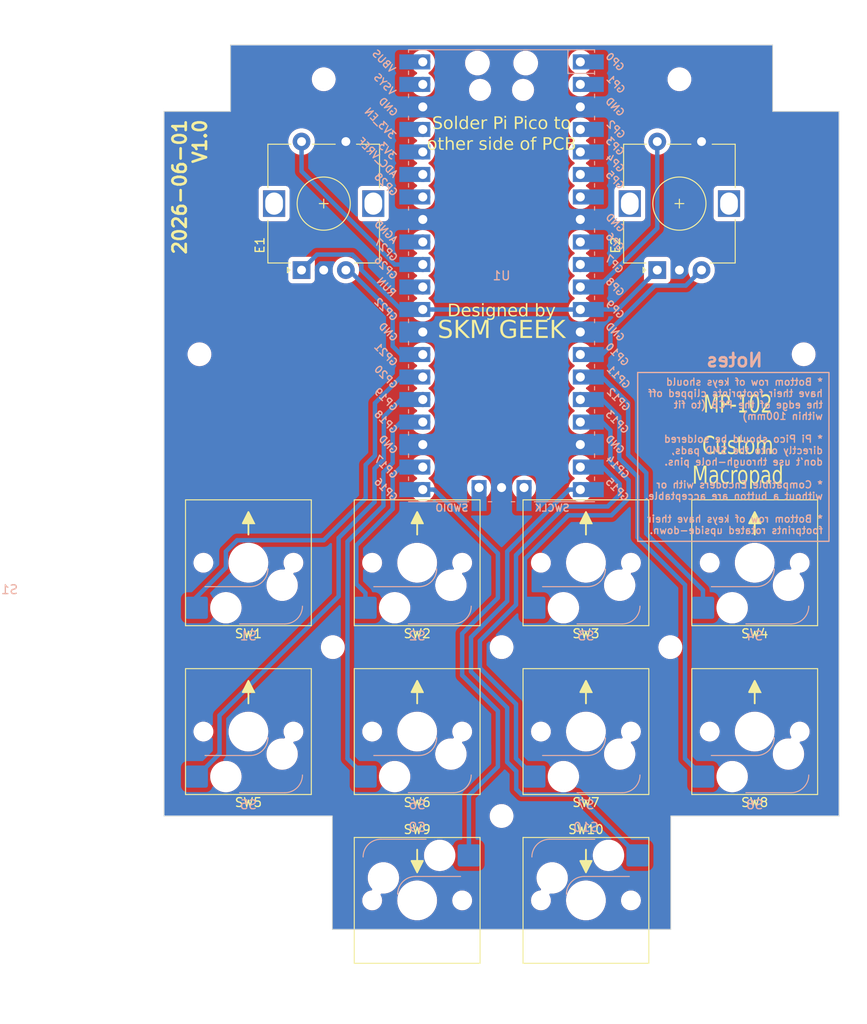
<source format=kicad_pcb>
(kicad_pcb (version 20240108) (generator "pcbnew") (generator_version "8.0")
  (layers (0 "F.Cu" signal) (31 "B.Cu" signal) (34 "B.Paste" user) (35 "F.Paste" user) (36 "B.SilkS" user "B.Silkscreen") (37 "F.SilkS" user "F.Silkscreen") (38 "B.Mask" user) (39 "F.Mask" user) (44 "Edge.Cuts" user))
  (net 0 "")
  (net 3 "GND")
  (net 8 "GP21")
  (net 11 "GP26")
  (net 12 "GP10")
  (net 13 "GP9")
  (net 14 "GP8")
  (net 24 "+3V3")
  (net 25 "GP20")
  (net 26 "GP19")
  (net 27 "GP12")
  (net 28 "GP11")
  (net 29 "GP18")
  (net 30 "GP17")
  (net 31 "GP14")
  (net 32 "GP13")
  (net 33 "GP16")
  (net 34 "GP15")
  (footprint "PCM_Switch_Keyboard_Hotswap_Kailh:SW_Hotswap_Kailh_MX_1.00u" (layer "F.Cu") (at 109.219 121.291 180)
    (property "Reference" "SW5" (at 0 -8 180) (layer "F.SilkS"))
    (property "Value" "SW_Push_45deg")
    (pad "" np_thru_hole circle (at -5.08 0 180) (size 1.75 1.75) (drill 1.75) (layers "*.Cu" "*.Mask"))
    (pad "" np_thru_hole circle (at -3.81 -2.54 180) (size 3.05 3.05) (drill 3.05) (layers "*.Cu" "*.Mask"))
    (pad "" np_thru_hole circle (at 0 0 180) (size 4 4) (drill 4) (layers "*.Cu" "*.Mask"))
    (pad "" np_thru_hole circle (at 2.54 -5.08 180) (size 3.05 3.05) (drill 3.05) (layers "*.Cu" "*.Mask"))
    (pad "" np_thru_hole circle (at 5.08 0 180) (size 1.75 1.75) (drill 1.75) (layers "*.Cu" "*.Mask"))
    (pad "1" smd roundrect (at -7.085 -2.54 180) (size 2.55 2.5) (layers "B.Cu" "B.Paste" "B.Mask") (roundrect_rratio 0.1) (net 3 "GND"))
    (pad "2" smd roundrect (at 5.842 -5.08 180) (size 2.55 2.5) (layers "B.Cu" "B.Paste" "B.Mask") (roundrect_rratio 0.1) (net 26 "GP19"))
  )
  (footprint "PCM_Switch_Keyboard_Hotswap_Kailh:SW_Hotswap_Kailh_MX_1.00u" (layer "F.Cu") (at 166.369 121.291 180)
    (property "Reference" "SW8" (at 0 -8 180) (layer "F.SilkS"))
    (property "Value" "SW_Push_45deg")
    (pad "" np_thru_hole circle (at -5.08 0 180) (size 1.75 1.75) (drill 1.75) (layers "*.Cu" "*.Mask"))
    (pad "" np_thru_hole circle (at -3.81 -2.54 180) (size 3.05 3.05) (drill 3.05) (layers "*.Cu" "*.Mask"))
    (pad "" np_thru_hole circle (at 0 0 180) (size 4 4) (drill 4) (layers "*.Cu" "*.Mask"))
    (pad "" np_thru_hole circle (at 2.54 -5.08 180) (size 3.05 3.05) (drill 3.05) (layers "*.Cu" "*.Mask"))
    (pad "" np_thru_hole circle (at 5.08 0 180) (size 1.75 1.75) (drill 1.75) (layers "*.Cu" "*.Mask"))
    (pad "1" smd roundrect (at -7.085 -2.54 180) (size 2.55 2.5) (layers "B.Cu" "B.Paste" "B.Mask") (roundrect_rratio 0.1) (net 3 "GND"))
    (pad "2" smd roundrect (at 5.842 -5.08 180) (size 2.55 2.5) (layers "B.Cu" "B.Paste" "B.Mask") (roundrect_rratio 0.1) (net 27 "GP12"))
  )
  (footprint "PCM_Switch_Keyboard_Hotswap_Kailh:SW_Hotswap_Kailh_MX_1.00u" (layer "F.Cu") (at 128.269 102.241 180)
    (property "Reference" "SW2" (at 0 -8 0) (layer "F.SilkS"))
    (property "Value" "SW_Push_45deg")
    (pad "" np_thru_hole circle (at -5.08 0 180) (size 1.75 1.75) (drill 1.75) (layers "*.Cu" "*.Mask"))
    (pad "" np_thru_hole circle (at -3.81 -2.54 180) (size 3.05 3.05) (drill 3.05) (layers "*.Cu" "*.Mask"))
    (pad "" np_thru_hole circle (at 0 0 180) (size 4 4) (drill 4) (layers "*.Cu" "*.Mask"))
    (pad "" np_thru_hole circle (at 2.54 -5.08 180) (size 3.05 3.05) (drill 3.05) (layers "*.Cu" "*.Mask"))
    (pad "" np_thru_hole circle (at 5.08 0 180) (size 1.75 1.75) (drill 1.75) (layers "*.Cu" "*.Mask"))
    (pad "1" smd roundrect (at -7.085 -2.54 180) (size 2.55 2.5) (layers "B.Cu" "B.Paste" "B.Mask") (roundrect_rratio 0.1) (net 3 "GND"))
    (pad "2" smd roundrect (at 5.842 -5.08 180) (size 2.55 2.5) (layers "B.Cu" "B.Paste" "B.Mask") (roundrect_rratio 0.1) (net 30 "GP17"))
  )
  (footprint "LOGO" (layer "F.Cu") (at 113.283 80.143)
    (property "Reference" "G***" (hide yes))
    (property "Value" "LOGO" (hide yes))
  )
  (footprint "MountingHole:MountingHole_2.2mm_M2" (layer "F.Cu") (at 118.745 111.765)
    (property "Reference" "H3" (hide yes))
    (property "Value" "MountingHole")
    (pad "" np_thru_hole circle (at 0 0) (size 2.2 2.2) (drill 2.2) (layers "*.Cu" "*.Mask"))
  )
  (footprint "MountingHole:MountingHole_2.2mm_M2" (layer "F.Cu") (at 171.895 78.715)
    (property "Reference" "H2" (hide yes))
    (property "Value" "MountingHole")
    (pad "" np_thru_hole circle (at 0 0) (size 2.2 2.2) (drill 2.2) (layers "*.Cu" "*.Mask"))
  )
  (footprint "PCM_Switch_Keyboard_Hotswap_Kailh:SW_Hotswap_Kailh_MX_1.00u" (layer "F.Cu") (at 109.219 102.241 180)
    (property "Reference" "SW1" (at 0 -8 180) (layer "F.SilkS"))
    (property "Value" "SW_Push_45deg")
    (pad "" np_thru_hole circle (at -5.08 0 180) (size 1.75 1.75) (drill 1.75) (layers "*.Cu" "*.Mask"))
    (pad "" np_thru_hole circle (at -3.81 -2.54 180) (size 3.05 3.05) (drill 3.05) (layers "*.Cu" "*.Mask"))
    (pad "" np_thru_hole circle (at 0 0 180) (size 4 4) (drill 4) (layers "*.Cu" "*.Mask"))
    (pad "" np_thru_hole circle (at 2.54 -5.08 180) (size 3.05 3.05) (drill 3.05) (layers "*.Cu" "*.Mask"))
    (pad "" np_thru_hole circle (at 5.08 0 180) (size 1.75 1.75) (drill 1.75) (layers "*.Cu" "*.Mask"))
    (pad "1" smd roundrect (at -7.085 -2.54 180) (size 2.55 2.5) (layers "B.Cu" "B.Paste" "B.Mask") (roundrect_rratio 0.1) (net 3 "GND"))
    (pad "2" smd roundrect (at 5.842 -5.08 180) (size 2.55 2.5) (layers "B.Cu" "B.Paste" "B.Mask") (roundrect_rratio 0.1) (net 25 "GP20"))
  )
  (footprint "MountingHole:MountingHole_2.2mm_M2" (layer "F.Cu") (at 117.72 47.686)
    (property "Reference" "H7" (hide yes))
    (property "Value" "MountingHole")
    (pad "" np_thru_hole circle (at 0 0) (size 2.2 2.2) (drill 2.2) (layers "*.Cu" "*.Mask"))
  )
  (footprint "MountingHole:MountingHole_2.2mm_M2" (layer "F.Cu") (at 137.795 111.765)
    (property "Reference" "H4" (hide yes))
    (property "Value" "MountingHole")
    (pad "" np_thru_hole circle (at 0 0) (size 2.2 2.2) (drill 2.2) (layers "*.Cu" "*.Mask"))
  )
  (footprint "PCM_Switch_Keyboard_Hotswap_Kailh:SW_Hotswap_Kailh_MX_1.00u" (layer "F.Cu") (at 147.319 121.291 180)
    (property "Reference" "SW7" (at 0 -8 180) (layer "F.SilkS"))
    (property "Value" "SW_Push_45deg")
    (pad "" np_thru_hole circle (at -5.08 0 180) (size 1.75 1.75) (drill 1.75) (layers "*.Cu" "*.Mask"))
    (pad "" np_thru_hole circle (at -3.81 -2.54 180) (size 3.05 3.05) (drill 3.05) (layers "*.Cu" "*.Mask"))
    (pad "" np_thru_hole circle (at 0 0 180) (size 4 4) (drill 4) (layers "*.Cu" "*.Mask"))
    (pad "" np_thru_hole circle (at 2.54 -5.08 180) (size 3.05 3.05) (drill 3.05) (layers "*.Cu" "*.Mask"))
    (pad "" np_thru_hole circle (at 5.08 0 180) (size 1.75 1.75) (drill 1.75) (layers "*.Cu" "*.Mask"))
    (pad "1" smd roundrect (at -7.085 -2.54 180) (size 2.55 2.5) (layers "B.Cu" "B.Paste" "B.Mask") (roundrect_rratio 0.1) (net 3 "GND"))
    (pad "2" smd roundrect (at 5.842 -5.08 180) (size 2.55 2.5) (layers "B.Cu" "B.Paste" "B.Mask") (roundrect_rratio 0.1) (net 31 "GP14"))
  )
  (footprint "LOGO" (layer "F.Cu") (at 137.795 66.04)
    (property "Reference" "G***" (hide yes))
    (property "Value" "LOGO" (hide yes))
  )
  (footprint "Rotary_Encoder:RotaryEncoder_Alps_EC12E-Switch_Vertical_H20mm" (layer "F.Cu") (at 115.219 69.216 90)
    (property "Reference" "E1" (at 2.8 -4.7 90) (layer "F.SilkS"))
    (property "Value" "RotaryEncoder_Switch")
    (pad "A" thru_hole rect (at 0 0 90) (size 2 2) (drill 1) (layers "*.Cu" "*.Mask") (net 13 "GP9"))
    (pad "B" thru_hole circle (at 0 5 90) (size 2 2) (drill 1) (layers "*.Cu" "*.Mask") (net 8 "GP21"))
    (pad "C" thru_hole circle (at 0 2.5 90) (size 2 2) (drill 1) (layers "*.Cu" "*.Mask") (net 3 "GND"))
    (pad "MP" thru_hole rect (at 7.5 -3.1 90) (size 3 2.5) (drill oval 2.5 2) (layers "*.Cu" "*.Mask"))
    (pad "MP" thru_hole rect (at 7.5 8.1 90) (size 3 2.5) (drill oval 2.5 2) (layers "*.Cu" "*.Mask"))
    (pad "S1" thru_hole circle (at 14.5 0 90) (size 2 2) (drill 1) (layers "*.Cu" "*.Mask") (net 11 "GP26"))
    (pad "S2" thru_hole circle (at 14.5 5 90) (size 2 2) (drill 1) (layers "*.Cu" "*.Mask") (net 3 "GND"))
  )
  (footprint "MountingHole:MountingHole_2.2mm_M2" (layer "F.Cu") (at 137.795 130.815)
    (property "Reference" "H6" (hide yes))
    (property "Value" "MountingHole")
    (pad "" np_thru_hole circle (at 0 0) (size 2.2 2.2) (drill 2.2) (layers "*.Cu" "*.Mask"))
  )
  (footprint "MountingHole:MountingHole_2.2mm_M2" (layer "F.Cu") (at 157.872 47.686)
    (property "Reference" "H8" (hide yes))
    (property "Value" "MountingHole")
    (pad "" np_thru_hole circle (at 0 0) (size 2.2 2.2) (drill 2.2) (layers "*.Cu" "*.Mask"))
  )
  (footprint "PCM_Switch_Keyboard_Hotswap_Kailh:SW_Hotswap_Kailh_MX_1.00u" (layer "F.Cu") (at 147.319 102.241 180)
    (property "Reference" "SW3" (at 0 -8 180) (layer "F.SilkS"))
    (property "Value" "SW_Push_45deg")
    (pad "" np_thru_hole circle (at -5.08 0 180) (size 1.75 1.75) (drill 1.75) (layers "*.Cu" "*.Mask"))
    (pad "" np_thru_hole circle (at -3.81 -2.54 180) (size 3.05 3.05) (drill 3.05) (layers "*.Cu" "*.Mask"))
    (pad "" np_thru_hole circle (at 0 0 180) (size 4 4) (drill 4) (layers "*.Cu" "*.Mask"))
    (pad "" np_thru_hole circle (at 2.54 -5.08 180) (size 3.05 3.05) (drill 3.05) (layers "*.Cu" "*.Mask"))
    (pad "" np_thru_hole circle (at 5.08 0 180) (size 1.75 1.75) (drill 1.75) (layers "*.Cu" "*.Mask"))
    (pad "1" smd roundrect (at -7.085 -2.54 180) (size 2.55 2.5) (layers "B.Cu" "B.Paste" "B.Mask") (roundrect_rratio 0.1) (net 3 "GND"))
    (pad "2" smd roundrect (at 5.842 -5.08 180) (size 2.55 2.5) (layers "B.Cu" "B.Paste" "B.Mask") (roundrect_rratio 0.1) (net 32 "GP13"))
  )
  (footprint "PCM_Switch_Keyboard_Hotswap_Kailh:SW_Hotswap_Kailh_MX_1.00u" (layer "F.Cu") (at 128.269 121.291 180)
    (property "Reference" "SW6" (at 0 -8 180) (layer "F.SilkS"))
    (property "Value" "SW_Push_45deg")
    (pad "" np_thru_hole circle (at -5.08 0 180) (size 1.75 1.75) (drill 1.75) (layers "*.Cu" "*.Mask"))
    (pad "" np_thru_hole circle (at -3.81 -2.54 180) (size 3.05 3.05) (drill 3.05) (layers "*.Cu" "*.Mask"))
    (pad "" np_thru_hole circle (at 0 0 180) (size 4 4) (drill 4) (layers "*.Cu" "*.Mask"))
    (pad "" np_thru_hole circle (at 2.54 -5.08 180) (size 3.05 3.05) (drill 3.05) (layers "*.Cu" "*.Mask"))
    (pad "" np_thru_hole circle (at 5.08 0 180) (size 1.75 1.75) (drill 1.75) (layers "*.Cu" "*.Mask"))
    (pad "1" smd roundrect (at -7.085 -2.54 180) (size 2.55 2.5) (layers "B.Cu" "B.Paste" "B.Mask") (roundrect_rratio 0.1) (net 3 "GND"))
    (pad "2" smd roundrect (at 5.842 -5.08 180) (size 2.55 2.5) (layers "B.Cu" "B.Paste" "B.Mask") (roundrect_rratio 0.1) (net 29 "GP18"))
  )
  (footprint "Rotary_Encoder:RotaryEncoder_Alps_EC12E-Switch_Vertical_H20mm" (layer "F.Cu") (at 155.369 69.216 90)
    (property "Reference" "E2" (at 2.8 -4.7 90) (layer "F.SilkS"))
    (property "Value" "RotaryEncoder_Switch")
    (pad "A" thru_hole rect (at 0 0 90) (size 2 2) (drill 1) (layers "*.Cu" "*.Mask") (net 13 "GP9"))
    (pad "B" thru_hole circle (at 0 5 90) (size 2 2) (drill 1) (layers "*.Cu" "*.Mask") (net 12 "GP10"))
    (pad "C" thru_hole circle (at 0 2.5 90) (size 2 2) (drill 1) (layers "*.Cu" "*.Mask") (net 3 "GND"))
    (pad "MP" thru_hole rect (at 7.5 -3.1 90) (size 3 2.5) (drill oval 2.5 2) (layers "*.Cu" "*.Mask"))
    (pad "MP" thru_hole rect (at 7.5 8.1 90) (size 3 2.5) (drill oval 2.5 2) (layers "*.Cu" "*.Mask"))
    (pad "S1" thru_hole circle (at 14.5 0 90) (size 2 2) (drill 1) (layers "*.Cu" "*.Mask") (net 14 "GP8"))
    (pad "S2" thru_hole circle (at 14.5 5 90) (size 2 2) (drill 1) (layers "*.Cu" "*.Mask") (net 3 "GND"))
  )
  (footprint "PCM_Switch_Keyboard_Hotswap_Kailh:SW_Hotswap_Kailh_MX_1.00u" (layer "F.Cu") (at 147.319 140.341)
    (property "Reference" "SW10" (at 0 -8 0) (layer "F.SilkS"))
    (property "Value" "SW_Push_45deg")
    (pad "" np_thru_hole circle (at -5.08 0) (size 1.75 1.75) (drill 1.75) (layers "*.Cu" "*.Mask"))
    (pad "" np_thru_hole circle (at -3.81 -2.54) (size 3.05 3.05) (drill 3.05) (layers "*.Cu" "*.Mask"))
    (pad "" np_thru_hole circle (at 0 0) (size 4 4) (drill 4) (layers "*.Cu" "*.Mask"))
    (pad "" np_thru_hole circle (at 2.54 -5.08) (size 3.05 3.05) (drill 3.05) (layers "*.Cu" "*.Mask"))
    (pad "" np_thru_hole circle (at 5.08 0) (size 1.75 1.75) (drill 1.75) (layers "*.Cu" "*.Mask"))
    (pad "1" smd roundrect (at -7.085 -2.54) (size 2.55 2.5) (layers "B.Cu" "B.Paste" "B.Mask") (roundrect_rratio 0.1) (net 3 "GND"))
    (pad "2" smd roundrect (at 5.842 -5.08) (size 2.55 2.5) (layers "B.Cu" "B.Paste" "B.Mask") (roundrect_rratio 0.1) (net 34 "GP15"))
  )
  (footprint "MountingHole:MountingHole_2.2mm_M2" (layer "F.Cu") (at 156.845 111.765)
    (property "Reference" "H5" (hide yes))
    (property "Value" "MountingHole")
    (pad "" np_thru_hole circle (at 0 0) (size 2.2 2.2) (drill 2.2) (layers "*.Cu" "*.Mask"))
  )
  (footprint "MountingHole:MountingHole_2.2mm_M2" (layer "F.Cu") (at 103.695 78.715)
    (property "Reference" "H1" (hide yes))
    (property "Value" "MountingHole")
    (pad "" np_thru_hole circle (at 0 0) (size 2.2 2.2) (drill 2.2) (layers "*.Cu" "*.Mask"))
  )
  (footprint "PCM_Switch_Keyboard_Hotswap_Kailh:SW_Hotswap_Kailh_MX_1.00u" (layer "F.Cu") (at 128.269 140.341)
    (property "Reference" "SW9" (at 0 -8 0) (layer "F.SilkS"))
    (property "Value" "SW_Push_45deg")
    (pad "" np_thru_hole circle (at -5.08 0) (size 1.75 1.75) (drill 1.75) (layers "*.Cu" "*.Mask"))
    (pad "" np_thru_hole circle (at -3.81 -2.54) (size 3.05 3.05) (drill 3.05) (layers "*.Cu" "*.Mask"))
    (pad "" np_thru_hole circle (at 0 0) (size 4 4) (drill 4) (layers "*.Cu" "*.Mask"))
    (pad "" np_thru_hole circle (at 2.54 -5.08) (size 3.05 3.05) (drill 3.05) (layers "*.Cu" "*.Mask"))
    (pad "" np_thru_hole circle (at 5.08 0) (size 1.75 1.75) (drill 1.75) (layers "*.Cu" "*.Mask"))
    (pad "1" smd roundrect (at -7.085 -2.54) (size 2.55 2.5) (layers "B.Cu" "B.Paste" "B.Mask") (roundrect_rratio 0.1) (net 3 "GND"))
    (pad "2" smd roundrect (at 5.842 -5.08) (size 2.55 2.5) (layers "B.Cu" "B.Paste" "B.Mask") (roundrect_rratio 0.1) (net 33 "GP16"))
  )
  (footprint "PCM_Switch_Keyboard_Hotswap_Kailh:SW_Hotswap_Kailh_MX_1.00u" (layer "F.Cu") (at 166.369 102.241 180)
    (property "Reference" "SW4" (at 0 -8 180) (layer "F.SilkS"))
    (property "Value" "SW_Push_45deg")
    (pad "" np_thru_hole circle (at -5.08 0 180) (size 1.75 1.75) (drill 1.75) (layers "*.Cu" "*.Mask"))
    (pad "" np_thru_hole circle (at -3.81 -2.54 180) (size 3.05 3.05) (drill 3.05) (layers "*.Cu" "*.Mask"))
    (pad "" np_thru_hole circle (at 0 0 180) (size 4 4) (drill 4) (layers "*.Cu" "*.Mask"))
    (pad "" np_thru_hole circle (at 2.54 -5.08 180) (size 3.05 3.05) (drill 3.05) (layers "*.Cu" "*.Mask"))
    (pad "" np_thru_hole circle (at 5.08 0 180) (size 1.75 1.75) (drill 1.75) (layers "*.Cu" "*.Mask"))
    (pad "1" smd roundrect (at -7.085 -2.54 180) (size 2.55 2.5) (layers "B.Cu" "B.Paste" "B.Mask") (roundrect_rratio 0.1) (net 3 "GND"))
    (pad "2" smd roundrect (at 5.842 -5.08 180) (size 2.55 2.5) (layers "B.Cu" "B.Paste" "B.Mask") (roundrect_rratio 0.1) (net 28 "GP11"))
  )
  (footprint "MCU_RaspberryPi_and_Boards:RPi_Pico_SMD_TH" (layer "B.Cu") (at 137.794 69.856 180)
    (property "Reference" "U1" (at 0 0 0) (layer "B.SilkS") (effects (justify mirror)))
    (property "Value" "Pico")
    (fp_text user "GP13" (at -13.054 -16.51 135) (layer "B.SilkS") (effects (font (size 0.8 0.8)) (justify mirror)))
    (fp_text user "AGND" (at 13.054 4.953 135) (layer "B.SilkS") (effects (font (size 0.8 0.8)) (justify mirror)))
    (fp_text user "GP17" (at 13.054 -21.59 135) (layer "B.SilkS") (effects (font (size 0.8 0.8)) (justify mirror)))
    (fp_text user "GP26" (at 13.054 0.889 135) (layer "B.SilkS") (effects (font (size 0.8 0.8)) (justify mirror)))
    (fp_text user "RUN" (at 13 -1.27 135) (layer "B.SilkS") (effects (font (size 0.8 0.8)) (justify mirror)))
    (fp_text user "GP3" (at -12.8 14.605 135) (layer "B.SilkS") (effects (font (size 0.8 0.8)) (justify mirror)))
    (fp_text user "GP19" (at 13.054 -13.97 135) (layer "B.SilkS") (effects (font (size 0.8 0.8)) (justify mirror)))
    (fp_text user "SWCLK" (at -5.7 -26.2 0) (layer "B.SilkS") (effects (font (size 0.8 0.8)) (justify mirror)))
    (fp_text user "GP22" (at 13.054 -3.81 135) (layer "B.SilkS") (effects (font (size 0.8 0.8)) (justify mirror)))
    (fp_text user "GND" (at 12.8 -19.05 135) (layer "B.SilkS") (effects (font (size 0.8 0.8)) (justify mirror)))
    (fp_text user "GP12" (at -13.2 -13.97 135) (layer "B.SilkS") (effects (font (size 0.8 0.8)) (justify mirror)))
    (fp_text user "3V3_EN" (at 13.7 17.2 135) (layer "B.SilkS") (effects (font (size 0.8 0.8)) (justify mirror)))
    (fp_text user "VSYS" (at 13.2 21.59 135) (layer "B.SilkS") (effects (font (size 0.8 0.8)) (justify mirror)))
    (fp_text user "GP14" (at -13.1 -21.59 135) (layer "B.SilkS") (effects (font (size 0.8 0.8)) (justify mirror)))
    (fp_text user "ADC_VREF" (at 14 13.335 135) (layer "B.SilkS") (effects (font (size 0.8 0.8)) (justify mirror)))
    (fp_text user "GP1" (at -12.9 21.6 135) (layer "B.SilkS") (effects (font (size 0.8 0.8)) (justify mirror)))
    (fp_text user "GP16" (at 13.054 -24.13 135) (layer "B.SilkS") (effects (font (size 0.8 0.8)) (justify mirror)))
    (fp_text user "3V3" (at 12.9 14.097 135) (layer "B.SilkS") (effects (font (size 0.8 0.8)) (justify mirror)))
    (fp_text user "GND" (at -12.8 -19.05 135) (layer "B.SilkS") (effects (font (size 0.8 0.8)) (justify mirror)))
    (fp_text user "VBUS" (at 13.3 24.2 135) (layer "B.SilkS") (effects (font (size 0.8 0.8)) (justify mirror)))
    (fp_text user "GP15" (at -13.054 -24.13 135) (layer "B.SilkS") (effects (font (size 0.8 0.8)) (justify mirror)))
    (fp_text user "GP11" (at -13.2 -11.43 135) (layer "B.SilkS") (effects (font (size 0.8 0.8)) (justify mirror)))
    (fp_text user "SWDIO" (at 5.6 -26.2 0) (layer "B.SilkS") (effects (font (size 0.8 0.8)) (justify mirror)))
    (fp_text user "GND" (at 12.8 -6.35 135) (layer "B.SilkS") (effects (font (size 0.8 0.8)) (justify mirror)))
    (fp_text user "GND" (at -12.8 -6.35 135) (layer "B.SilkS") (effects (font (size 0.8 0.8)) (justify mirror)))
    (fp_text user "GP27" (at 13.054 2.921 135) (layer "B.SilkS") (effects (font (size 0.8 0.8)) (justify mirror)))
    (fp_text user "GP18" (at 13.054 -16.51 135) (layer "B.SilkS") (effects (font (size 0.8 0.8)) (justify mirror)))
    (fp_text user "GP4" (at -12.8 12.7 135) (layer "B.SilkS") (effects (font (size 0.8 0.8)) (justify mirror)))
    (fp_text user "GP28" (at 13.054 10.287 135) (layer "B.SilkS") (effects (font (size 0.8 0.8)) (justify mirror)))
    (fp_text user "GP20" (at 13.054 -11.43 135) (layer "B.SilkS") (effects (font (size 0.8 0.8)) (justify mirror)))
    (fp_text user "GP0" (at -12.8 24.13 135) (layer "B.SilkS") (effects (font (size 0.8 0.8)) (justify mirror)))
    (fp_text user "GND" (at 12.8 19.05 135) (layer "B.SilkS") (effects (font (size 0.8 0.8)) (justify mirror)))
    (fp_text user "GP8" (at -12.8 -1.27 135) (layer "B.SilkS") (effects (font (size 0.8 0.8)) (justify mirror)))
    (fp_text user "GP6" (at -12.8 3.81 135) (layer "B.SilkS") (effects (font (size 0.8 0.8)) (justify mirror)))
    (fp_text user "GP9" (at -12.8 -3.81 135) (layer "B.SilkS") (effects (font (size 0.8 0.8)) (justify mirror)))
    (fp_text user "GP2" (at -12.9 16.51 135) (layer "B.SilkS") (effects (font (size 0.8 0.8)) (justify mirror)))
    (fp_text user "GND" (at -12.8 19.05 135) (layer "B.SilkS") (effects (font (size 0.8 0.8)) (justify mirror)))
    (fp_text user "GP10" (at -13.054 -8.89 135) (layer "B.SilkS") (effects (font (size 0.8 0.8)) (justify mirror)))
    (fp_text user "GP21" (at 13.054 -8.9 135) (layer "B.SilkS") (effects (font (size 0.8 0.8)) (justify mirror)))
    (fp_text user "GP7" (at -12.7 1.3 135) (layer "B.SilkS") (effects (font (size 0.8 0.8)) (justify mirror)))
    (fp_text user "GND" (at -12.827 5.969 135) (layer "B.SilkS") (effects (font (size 0.8 0.8)) (justify mirror)))
    (fp_text user "GP5" (at -12.8 10.795 135) (layer "B.SilkS") (effects (font (size 0.8 0.8)) (justify mirror)))
    (pad "" np_thru_hole oval (at -2.725 24 180) (size 1.8 1.8) (drill 1.8) (layers "*.Cu" "*.Mask"))
    (pad "" np_thru_hole oval (at -2.425 20.97 180) (size 1.5 1.5) (drill 1.5) (layers "*.Cu" "*.Mask"))
    (pad "" np_thru_hole oval (at 2.425 20.97 180) (size 1.5 1.5) (drill 1.5) (layers "*.Cu" "*.Mask"))
    (pad "" np_thru_hole oval (at 2.725 24 180) (size 1.8 1.8) (drill 1.8) (layers "*.Cu" "*.Mask"))
    (pad "1" thru_hole oval (at -8.89 24.13 180) (size 1.7 1.7) (drill 1.02) (layers "*.Cu" "*.Mask"))
    (pad "1" smd rect (at -8.89 24.13 180) (size 3.5 1.7) (drill (offset -0.9 0)) (layers "B.Cu" "B.Mask"))
    (pad "2" thru_hole oval (at -8.89 21.59 180) (size 1.7 1.7) (drill 1.02) (layers "*.Cu" "*.Mask"))
    (pad "2" smd rect (at -8.89 21.59 180) (size 3.5 1.7) (drill (offset -0.9 0)) (layers "B.Cu" "B.Mask"))
    (pad "3" thru_hole rect (at -8.89 19.05 180) (size 1.7 1.7) (drill 1.02) (layers "*.Cu" "*.Mask") (net 3 "GND"))
    (pad "3" smd rect (at -8.89 19.05 180) (size 3.5 1.7) (drill (offset -0.9 0)) (layers "B.Cu" "B.Mask") (net 3 "GND"))
    (pad "4" thru_hole oval (at -8.89 16.51 180) (size 1.7 1.7) (drill 1.02) (layers "*.Cu" "*.Mask"))
    (pad "4" smd rect (at -8.89 16.51 180) (size 3.5 1.7) (drill (offset -0.9 0)) (layers "B.Cu" "B.Mask"))
    (pad "5" thru_hole oval (at -8.89 13.97 180) (size 1.7 1.7) (drill 1.02) (layers "*.Cu" "*.Mask"))
    (pad "5" smd rect (at -8.89 13.97 180) (size 3.5 1.7) (drill (offset -0.9 0)) (layers "B.Cu" "B.Mask"))
    (pad "6" thru_hole oval (at -8.89 11.43 180) (size 1.7 1.7) (drill 1.02) (layers "*.Cu" "*.Mask"))
    (pad "6" smd rect (at -8.89 11.43 180) (size 3.5 1.7) (drill (offset -0.9 0)) (layers "B.Cu" "B.Mask"))
    (pad "7" thru_hole oval (at -8.89 8.89 180) (size 1.7 1.7) (drill 1.02) (layers "*.Cu" "*.Mask"))
    (pad "7" smd rect (at -8.89 8.89 180) (size 3.5 1.7) (drill (offset -0.9 0)) (layers "B.Cu" "B.Mask"))
    (pad "8" thru_hole rect (at -8.89 6.35 180) (size 1.7 1.7) (drill 1.02) (layers "*.Cu" "*.Mask") (net 3 "GND"))
    (pad "8" smd rect (at -8.89 6.35 180) (size 3.5 1.7) (drill (offset -0.9 0)) (layers "B.Cu" "B.Mask") (net 3 "GND"))
    (pad "9" thru_hole oval (at -8.89 3.81 180) (size 1.7 1.7) (drill 1.02) (layers "*.Cu" "*.Mask"))
    (pad "9" smd rect (at -8.89 3.81 180) (size 3.5 1.7) (drill (offset -0.9 0)) (layers "B.Cu" "B.Mask"))
    (pad "10" thru_hole oval (at -8.89 1.27 180) (size 1.7 1.7) (drill 1.02) (layers "*.Cu" "*.Mask"))
    (pad "10" smd rect (at -8.89 1.27 180) (size 3.5 1.7) (drill (offset -0.9 0)) (layers "B.Cu" "B.Mask"))
    (pad "11" thru_hole oval (at -8.89 -1.27 180) (size 1.7 1.7) (drill 1.02) (layers "*.Cu" "*.Mask") (net 14 "GP8"))
    (pad "11" smd rect (at -8.89 -1.27 180) (size 3.5 1.7) (drill (offset -0.9 0)) (layers "B.Cu" "B.Mask") (net 14 "GP8"))
    (pad "12" thru_hole oval (at -8.89 -3.81 180) (size 1.7 1.7) (drill 1.02) (layers "*.Cu" "*.Mask") (net 13 "GP9"))
    (pad "12" smd rect (at -8.89 -3.81 180) (size 3.5 1.7) (drill (offset -0.9 0)) (layers "B.Cu" "B.Mask") (net 13 "GP9"))
    (pad "13" thru_hole rect (at -8.89 -6.35 180) (size 1.7 1.7) (drill 1.02) (layers "*.Cu" "*.Mask") (net 3 "GND"))
    (pad "13" smd rect (at -8.89 -6.35 180) (size 3.5 1.7) (drill (offset -0.9 0)) (layers "B.Cu" "B.Mask") (net 3 "GND"))
    (pad "14" thru_hole oval (at -8.89 -8.89 180) (size 1.7 1.7) (drill 1.02) (layers "*.Cu" "*.Mask") (net 12 "GP10"))
    (pad "14" smd rect (at -8.89 -8.89 180) (size 3.5 1.7) (drill (offset -0.9 0)) (layers "B.Cu" "B.Mask") (net 12 "GP10"))
    (pad "15" thru_hole oval (at -8.89 -11.43 180) (size 1.7 1.7) (drill 1.02) (layers "*.Cu" "*.Mask") (net 28 "GP11"))
    (pad "15" smd rect (at -8.89 -11.43 180) (size 3.5 1.7) (drill (offset -0.9 0)) (layers "B.Cu" "B.Mask") (net 28 "GP11"))
    (pad "16" thru_hole oval (at -8.89 -13.97 180) (size 1.7 1.7) (drill 1.02) (layers "*.Cu" "*.Mask") (net 27 "GP12"))
    (pad "16" smd rect (at -8.89 -13.97 180) (size 3.5 1.7) (drill (offset -0.9 0)) (layers "B.Cu" "B.Mask") (net 27 "GP12"))
    (pad "17" thru_hole oval (at -8.89 -16.51 180) (size 1.7 1.7) (drill 1.02) (layers "*.Cu" "*.Mask") (net 32 "GP13"))
    (pad "17" smd rect (at -8.89 -16.51 180) (size 3.5 1.7) (drill (offset -0.9 0)) (layers "B.Cu" "B.Mask") (net 32 "GP13"))
    (pad "18" thru_hole rect (at -8.89 -19.05 180) (size 1.7 1.7) (drill 1.02) (layers "*.Cu" "*.Mask") (net 3 "GND"))
    (pad "18" smd rect (at -8.89 -19.05 180) (size 3.5 1.7) (drill (offset -0.9 0)) (layers "B.Cu" "B.Mask") (net 3 "GND"))
    (pad "19" thru_hole oval (at -8.89 -21.59 180) (size 1.7 1.7) (drill 1.02) (layers "*.Cu" "*.Mask") (net 31 "GP14"))
    (pad "19" smd rect (at -8.89 -21.59 180) (size 3.5 1.7) (drill (offset -0.9 0)) (layers "B.Cu" "B.Mask") (net 31 "GP14"))
    (pad "20" thru_hole oval (at -8.89 -24.13 180) (size 1.7 1.7) (drill 1.02) (layers "*.Cu" "*.Mask") (net 34 "GP15"))
    (pad "20" smd rect (at -8.89 -24.13 180) (size 3.5 1.7) (drill (offset -0.9 0)) (layers "B.Cu" "B.Mask") (net 34 "GP15"))
    (pad "21" thru_hole oval (at 8.89 -24.13 180) (size 1.7 1.7) (drill 1.02) (layers "*.Cu" "*.Mask") (net 33 "GP16"))
    (pad "21" smd rect (at 8.89 -24.13 180) (size 3.5 1.7) (drill (offset 0.9 0)) (layers "B.Cu" "B.Mask") (net 33 "GP16"))
    (pad "22" thru_hole oval (at 8.89 -21.59 180) (size 1.7 1.7) (drill 1.02) (layers "*.Cu" "*.Mask") (net 30 "GP17"))
    (pad "22" smd rect (at 8.89 -21.59 180) (size 3.5 1.7) (drill (offset 0.9 0)) (layers "B.Cu" "B.Mask") (net 30 "GP17"))
    (pad "23" thru_hole rect (at 8.89 -19.05 180) (size 1.7 1.7) (drill 1.02) (layers "*.Cu" "*.Mask") (net 3 "GND"))
    (pad "23" smd rect (at 8.89 -19.05 180) (size 3.5 1.7) (drill (offset 0.9 0)) (layers "B.Cu" "B.Mask") (net 3 "GND"))
    (pad "24" thru_hole oval (at 8.89 -16.51 180) (size 1.7 1.7) (drill 1.02) (layers "*.Cu" "*.Mask") (net 29 "GP18"))
    (pad "24" smd rect (at 8.89 -16.51 180) (size 3.5 1.7) (drill (offset 0.9 0)) (layers "B.Cu" "B.Mask") (net 29 "GP18"))
    (pad "25" thru_hole oval (at 8.89 -13.97 180) (size 1.7 1.7) (drill 1.02) (layers "*.Cu" "*.Mask") (net 26 "GP19"))
    (pad "25" smd rect (at 8.89 -13.97 180) (size 3.5 1.7) (drill (offset 0.9 0)) (layers "B.Cu" "B.Mask") (net 26 "GP19"))
    (pad "26" thru_hole oval (at 8.89 -11.43 180) (size 1.7 1.7) (drill 1.02) (layers "*.Cu" "*.Mask") (net 25 "GP20"))
    (pad "26" smd rect (at 8.89 -11.43 180) (size 3.5 1.7) (drill (offset 0.9 0)) (layers "B.Cu" "B.Mask") (net 25 "GP20"))
    (pad "27" thru_hole oval (at 8.89 -8.89 180) (size 1.7 1.7) (drill 1.02) (layers "*.Cu" "*.Mask") (net 8 "GP21"))
    (pad "27" smd rect (at 8.89 -8.89 180) (size 3.5 1.7) (drill (offset 0.9 0)) (layers "B.Cu" "B.Mask") (net 8 "GP21"))
    (pad "28" thru_hole rect (at 8.89 -6.35 180) (size 1.7 1.7) (drill 1.02) (layers "*.Cu" "*.Mask") (net 3 "GND"))
    (pad "28" smd rect (at 8.89 -6.35 180) (size 3.5 1.7) (drill (offset 0.9 0)) (layers "B.Cu" "B.Mask") (net 3 "GND"))
    (pad "29" thru_hole oval (at 8.89 -3.81 180) (size 1.7 1.7) (drill 1.02) (layers "*.Cu" "*.Mask") (net 13 "GP9"))
    (pad "29" smd rect (at 8.89 -3.81 180) (size 3.5 1.7) (drill (offset 0.9 0)) (layers "B.Cu" "B.Mask") (net 13 "GP9"))
    (pad "30" thru_hole oval (at 8.89 -1.27 180) (size 1.7 1.7) (drill 1.02) (layers "*.Cu" "*.Mask"))
    (pad "30" smd rect (at 8.89 -1.27 180) (size 3.5 1.7) (drill (offset 0.9 0)) (layers "B.Cu" "B.Mask"))
    (pad "31" thru_hole oval (at 8.89 1.27 180) (size 1.7 1.7) (drill 1.02) (layers "*.Cu" "*.Mask") (net 11 "GP26"))
    (pad "31" smd rect (at 8.89 1.27 180) (size 3.5 1.7) (drill (offset 0.9 0)) (layers "B.Cu" "B.Mask") (net 11 "GP26"))
    (pad "32" thru_hole oval (at 8.89 3.81 180) (size 1.7 1.7) (drill 1.02) (layers "*.Cu" "*.Mask"))
    (pad "32" smd rect (at 8.89 3.81 180) (size 3.5 1.7) (drill (offset 0.9 0)) (layers "B.Cu" "B.Mask"))
    (pad "33" thru_hole rect (at 8.89 6.35 180) (size 1.7 1.7) (drill 1.02) (layers "*.Cu" "*.Mask") (net 3 "GND"))
    (pad "33" smd rect (at 8.89 6.35 180) (size 3.5 1.7) (drill (offset 0.9 0)) (layers "B.Cu" "B.Mask") (net 3 "GND"))
    (pad "34" thru_hole oval (at 8.89 8.89 180) (size 1.7 1.7) (drill 1.02) (layers "*.Cu" "*.Mask"))
    (pad "34" smd rect (at 8.89 8.89 180) (size 3.5 1.7) (drill (offset 0.9 0)) (layers "B.Cu" "B.Mask"))
    (pad "35" thru_hole oval (at 8.89 11.43 180) (size 1.7 1.7) (drill 1.02) (layers "*.Cu" "*.Mask"))
    (pad "35" smd rect (at 8.89 11.43 180) (size 3.5 1.7) (drill (offset 0.9 0)) (layers "B.Cu" "B.Mask"))
    (pad "36" thru_hole oval (at 8.89 13.97 180) (size 1.7 1.7) (drill 1.02) (layers "*.Cu" "*.Mask") (net 24 "+3V3"))
    (pad "36" smd rect (at 8.89 13.97 180) (size 3.5 1.7) (drill (offset 0.9 0)) (layers "B.Cu" "B.Mask") (net 24 "+3V3"))
    (pad "37" thru_hole oval (at 8.89 16.51 180) (size 1.7 1.7) (drill 1.02) (layers "*.Cu" "*.Mask"))
    (pad "37" smd rect (at 8.89 16.51 180) (size 3.5 1.7) (drill (offset 0.9 0)) (layers "B.Cu" "B.Mask"))
    (pad "38" thru_hole rect (at 8.89 19.05 180) (size 1.7 1.7) (drill 1.02) (layers "*.Cu" "*.Mask") (net 3 "GND"))
    (pad "38" smd rect (at 8.89 19.05 180) (size 3.5 1.7) (drill (offset 0.9 0)) (layers "B.Cu" "B.Mask") (net 3 "GND"))
    (pad "39" thru_hole oval (at 8.89 21.59 180) (size 1.7 1.7) (drill 1.02) (layers "*.Cu" "*.Mask"))
    (pad "39" smd rect (at 8.89 21.59 180) (size 3.5 1.7) (drill (offset 0.9 0)) (layers "B.Cu" "B.Mask"))
    (pad "40" thru_hole oval (at 8.89 24.13 180) (size 1.7 1.7) (drill 1.02) (layers "*.Cu" "*.Mask"))
    (pad "40" smd rect (at 8.89 24.13 180) (size 3.5 1.7) (drill (offset 0.9 0)) (layers "B.Cu" "B.Mask"))
    (pad "41" thru_hole oval (at -2.54 -23.9 180) (size 1.7 1.7) (drill 1.02) (layers "*.Cu" "*.Mask"))
    (pad "41" smd rect (at -2.54 -23.9 90) (size 3.5 1.7) (drill (offset -0.9 0)) (layers "B.Cu" "B.Mask"))
    (pad "42" thru_hole rect (at 0 -23.9 180) (size 1.7 1.7) (drill 1.02) (layers "*.Cu" "*.Mask") (net 3 "GND"))
    (pad "42" smd rect (at 0 -23.9 90) (size 3.5 1.7) (drill (offset -0.9 0)) (layers "B.Cu" "B.Mask") (net 3 "GND"))
    (pad "43" thru_hole oval (at 2.54 -23.9 180) (size 1.7 1.7) (drill 1.02) (layers "*.Cu" "*.Mask"))
    (pad "43" smd rect (at 2.54 -23.9 90) (size 3.5 1.7) (drill (offset -0.9 0)) (layers "B.Cu" "B.Mask"))
  )
  (gr_poly (pts (xy 127.635 116.84) (xy 128.905 116.84) (xy 128.27 115.57)) (stroke (width 0.2)) (fill solid) (layer "F.SilkS"))
  (gr_poly (pts (xy 146.685 97.79) (xy 147.955 97.79) (xy 147.32 96.52)) (stroke (width 0.2)) (fill solid) (layer "F.SilkS"))
  (gr_line (start 128.27 134.62) (end 128.27 135.89) (stroke (width 0.2)) (layer "F.SilkS"))
  (gr_poly (pts (xy 127.635 97.79) (xy 128.905 97.79) (xy 128.27 96.52)) (stroke (width 0.2)) (fill solid) (layer "F.SilkS"))
  (gr_poly (pts (xy 147.955 135.89) (xy 146.685 135.89) (xy 147.32 137.16)) (stroke (width 0.2)) (fill solid) (layer "F.SilkS"))
  (gr_poly (pts (xy 165.735 116.84) (xy 167.005 116.84) (xy 166.37 115.57)) (stroke (width 0.2)) (fill solid) (layer "F.SilkS"))
  (gr_line (start 147.32 99.06) (end 147.32 97.79) (stroke (width 0.2)) (layer "F.SilkS"))
  (gr_line (start 128.27 99.06) (end 128.27 97.79) (stroke (width 0.2)) (layer "F.SilkS"))
  (gr_poly (pts (xy 128.905 135.89) (xy 127.635 135.89) (xy 128.27 137.16)) (stroke (width 0.2)) (fill solid) (layer "F.SilkS"))
  (gr_line (start 128.27 118.11) (end 128.27 116.84) (stroke (width 0.2)) (layer "F.SilkS"))
  (gr_line (start 147.32 134.62) (end 147.32 135.89) (stroke (width 0.2)) (layer "F.SilkS"))
  (gr_poly (pts (xy 146.685 116.84) (xy 147.955 116.84) (xy 147.32 115.57)) (stroke (width 0.2)) (fill solid) (layer "F.SilkS"))
  (gr_poly (pts (xy 165.735 97.79) (xy 167.005 97.79) (xy 166.37 96.52)) (stroke (width 0.2)) (fill solid) (layer "F.SilkS"))
  (gr_line (start 109.22 99.06) (end 109.22 97.79) (stroke (width 0.2)) (layer "F.SilkS"))
  (gr_line (start 166.37 118.11) (end 166.37 116.84) (stroke (width 0.2)) (layer "F.SilkS"))
  (gr_line (start 147.32 118.11) (end 147.32 116.84) (stroke (width 0.2)) (layer "F.SilkS"))
  (gr_poly (pts (xy 108.585 97.79) (xy 109.855 97.79) (xy 109.22 96.52)) (stroke (width 0.2)) (fill solid) (layer "F.SilkS"))
  (gr_line (start 166.37 99.06) (end 166.37 97.79) (stroke (width 0.2)) (layer "F.SilkS"))
  (gr_line (start 109.22 118.11) (end 109.22 116.84) (stroke (width 0.2)) (layer "F.SilkS"))
  (gr_poly (pts (xy 108.585 116.84) (xy 109.855 116.84) (xy 109.22 115.57)) (stroke (width 0.2)) (fill solid) (layer "F.SilkS"))
  (gr_line (start 168.395 51.315) (end 175.895 51.315) (stroke (width 0.1)) (layer "Edge.Cuts"))
  (gr_line (start 156.895 130.815) (end 175.895 130.815) (stroke (width 0.1)) (layer "Edge.Cuts"))
  (gr_line (start 168.395 51.315) (end 168.395 43.815) (stroke (width 0.1)) (layer "Edge.Cuts"))
  (gr_line (start 99.695 51.315) (end 99.695 130.815) (stroke (width 0.1)) (layer "Edge.Cuts"))
  (gr_line (start 118.695 130.815) (end 118.695 143.615) (stroke (width 0.1)) (layer "Edge.Cuts"))
  (gr_line (start 99.695 51.315) (end 107.195 51.315) (stroke (width 0.1)) (layer "Edge.Cuts"))
  (gr_line (start 99.695 130.815) (end 118.695 130.815) (stroke (width 0.1)) (layer "Edge.Cuts"))
  (gr_line (start 107.195 51.315) (end 107.195 43.815) (stroke (width 0.1)) (layer "Edge.Cuts"))
  (gr_line (start 175.895 51.315) (end 175.895 130.815) (stroke (width 0.1)) (layer "Edge.Cuts"))
  (gr_line (start 107.195 43.815) (end 168.395 43.815) (stroke (width 0.1)) (layer "Edge.Cuts"))
  (gr_line (start 156.895 130.815) (end 156.895 143.615) (stroke (width 0.1)) (layer "Edge.Cuts"))
  (gr_line (start 118.695 143.615) (end 156.895 143.615) (stroke (width 0.1)) (layer "Edge.Cuts"))
  (gr_text "S1" (at 82.25627 105.269803 0) (layer "B.SilkS") (effects (font (size 1 1)) (justify mirror)))
  (gr_text "S6" (at 128.27 129.54 0) (layer "B.SilkS") (effects (font (size 1 1)) (justify mirror)))
  (gr_text "S3" (at 147.32 110.49 0) (layer "B.SilkS") (effects (font (size 1 1)) (justify mirror)))
  (gr_text "S8" (at 166.37 129.54 0) (layer "B.SilkS") (effects (font (size 1 1)) (justify mirror)))
  (gr_text "S10" (at 147.32 132.08 0) (layer "B.SilkS") (effects (font (size 1 1)) (justify mirror)))
  (gr_text "S4" (at 166.37 110.49 0) (layer "B.SilkS") (effects (font (size 1 1)) (justify mirror)))
  (gr_text "S1" (at 109.22 110.49 0) (layer "B.SilkS") (effects (font (size 1 1)) (justify mirror)))
  (gr_text "Notes" (at 164.084 80.264 0) (layer "B.SilkS") (effects (font (size 1.5 1.5) (thickness 0.3) (bold yes)) (justify bottom mirror)))
  (gr_text "S2" (at 128.27 110.49 0) (layer "B.SilkS") (effects (font (size 1 1)) (justify mirror)))
  (gr_text "S9" (at 128.27 132.08 0) (layer "B.SilkS") (effects (font (size 1 1)) (justify mirror)))
  (gr_text "S5" (at 109.22 129.54 0) (layer "B.SilkS") (effects (font (size 1 1)) (justify mirror)))
  (gr_text "S7" (at 147.32 129.54 0) (layer "B.SilkS") (effects (font (size 1 1)) (justify mirror)))
  (gr_text "MP-102" (at 164.464 84.461 0) (layer "F.SilkS") (effects (font (size 2 1.5))))
  (gr_text "Solder Pi Pico to\nother side of PCB" (at 137.794 55.886 0) (layer "F.SilkS") (effects (font (size 1.4 1.4)) (justify bottom)))
  (gr_text "Custom\nMacropad" (at 164.464 90.811 0) (layer "F.SilkS") (effects (font (size 2 1.5))))
  (gr_text "SKM GEEK" (at 137.795 77.216 0) (layer "F.SilkS") (effects (font (size 2 2)) (justify bottom)))
  (gr_text "V1.0" (at 102.87 52.07 90) (layer "F.SilkS") (effects (font (size 1.5 1.5) (thickness 0.3) (bold yes)) (justify right top)))
  (gr_text "${CURRENT_DATE}" (at 100.584 52.07 90) (layer "F.SilkS") (effects (font (size 1.5 1.5) (thickness 0.3) (bold yes)) (justify right top)))
  (gr_text "Designed by" (at 137.795 74.676 0) (layer "F.SilkS") (effects (font (size 1.4 1.4)) (justify bottom)))
  (gr_text_box "* Bottom row of keys should have their footprints clipped off the edge of the PCB (to fit  within 100mm)\n\n* Pi Pico should be soldered directly onto the SMD pads, don't use through-hole pins.\n\n* Compatible Encoders with or without a button are acceptable.\n\n* Bottom row of keys have their footprints rotated upside-down." (start 153.161 80.772) (end 174.751 99.822) (layer "B.SilkS") (effects (font (size 0.8 0.8)) (justify left top mirror)) (border yes) (stroke (width 0.15)))
  (segment (start 126.444 78.746) (end 128.904 78.746) (width 0.5) (layer "B.Cu") (net 8))
  (segment (start 125.504 77.806) (end 126.444 78.746) (width 0.5) (layer "B.Cu") (net 8))
  (segment (start 125.504 74.140214) (end 125.504 77.806) (width 0.5) (layer "B.Cu") (net 8))
  (segment (start 120.579786 69.216) (end 125.504 74.140214) (width 0.5) (layer "B.Cu") (net 8))
  (segment (start 120.219 69.216) (end 120.579786 69.216) (width 0.5) (layer "B.Cu") (net 8))
  (segment (start 115.219 58.069) (end 125.736 68.586) (width 0.5) (layer "B.Cu") (net 11))
  (segment (start 125.736 68.586) (end 128.904 68.586) (width 0.5) (layer "B.Cu") (net 11))
  (segment (start 115.219 54.716) (end 115.219 58.069) (width 0.5) (layer "B.Cu") (net 11))
  (segment (start 159.619 69.940874) (end 158.593874 70.966) (width 0.5) (layer "B.Cu") (net 12))
  (segment (start 159.619 69.216) (end 159.619 69.940874) (width 0.5) (layer "B.Cu") (net 12))
  (segment (start 160.369 69.216) (end 159.619 69.216) (width 0.5) (layer "B.Cu") (net 12))
  (segment (start 150.084 77.806) (end 149.144 78.746) (width 0.5) (layer "B.Cu") (net 12))
  (segment (start 158.593874 70.966) (end 155.094 70.966) (width 0.5) (layer "B.Cu") (net 12))
  (segment (start 149.144 78.746) (end 146.684 78.746) (width 0.5) (layer "B.Cu") (net 12))
  (segment (start 155.094 70.966) (end 150.084 75.976) (width 0.5) (layer "B.Cu") (net 12))
  (segment (start 150.084 75.976) (end 150.084 77.806) (width 0.5) (layer "B.Cu") (net 12))
  (segment (start 150.919 73.666) (end 146.684 73.666) (width 0.5) (layer "B.Cu") (net 13))
  (segment (start 116.969 67.466) (end 120.943874 67.466) (width 0.5) (layer "B.Cu") (net 13))
  (segment (start 126.444 73.666) (end 128.904 73.666) (width 0.5) (layer "B.Cu") (net 13))
  (segment (start 128.904 73.666) (end 146.684 73.666) (width 0.5) (layer "B.Cu") (net 13))
  (segment (start 115.219 69.216) (end 116.969 67.466) (width 0.5) (layer "B.Cu") (net 13))
  (segment (start 155.369 69.216) (end 150.919 73.666) (width 0.5) (layer "B.Cu") (net 13))
  (segment (start 121.969 68.491126) (end 121.969 69.191) (width 0.5) (layer "B.Cu") (net 13))
  (segment (start 121.969 69.191) (end 126.444 73.666) (width 0.5) (layer "B.Cu") (net 13))
  (segment (start 120.943874 67.466) (end 121.969 68.491126) (width 0.5) (layer "B.Cu") (net 13))
  (segment (start 155.369 54.716) (end 155.369 64.4965) (width 0.5) (layer "B.Cu") (net 14))
  (segment (start 148.7395 71.126) (end 146.684 71.126) (width 0.5) (layer "B.Cu") (net 14))
  (segment (start 155.369 64.4965) (end 148.7395 71.126) (width 0.5) (layer "B.Cu") (net 14))
  (segment (start 122.46 94.964) (end 122.46 91.187358) (width 0.5) (layer "B.Cu") (net 25))
  (segment (start 117.723 99.701) (end 122.46 94.964) (width 0.5) (layer "B.Cu") (net 25))
  (segment (start 123.504 90.143358) (end 123.504 84.226) (width 0.5) (layer "B.Cu") (net 25))
  (segment (start 123.504 84.226) (end 126.444 81.286) (width 0.5) (layer "B.Cu") (net 25))
  (segment (start 106.679 102.793) (end 106.679 100.971) (width 0.5) (layer "B.Cu") (net 25))
  (segment (start 107.949 99.701) (end 117.723 99.701) (width 0.5) (layer "B.Cu") (net 25))
  (segment (start 122.46 91.187358) (end 123.504 90.143358) (width 0.5) (layer "B.Cu") (net 25))
  (segment (start 103.377 107.321) (end 102.764 106.708) (width 0.5) (layer "B.Cu") (net 25))
  (segment (start 102.764 106.708) (end 106.679 102.793) (width 0.5) (layer "B.Cu") (net 25))
  (segment (start 106.679 100.971) (end 107.949 99.701) (width 0.5) (layer "B.Cu") (net 25))
  (segment (start 126.444 81.286) (end 128.904 81.286) (width 0.5) (layer "B.Cu") (net 25))
  (segment (start 126.444 83.826) (end 128.904 83.826) (width 0.5) (layer "B.Cu") (net 26))
  (segment (start 124.504 90.557572) (end 124.504 85.766) (width 0.5) (layer "B.Cu") (net 26))
  (segment (start 119.402 99.436214) (end 123.46 95.378214) (width 0.5) (layer "B.Cu") (net 26))
  (segment (start 105.957 123.791) (end 105.957 119.473) (width 0.5) (layer "B.Cu") (net 26))
  (segment (start 103.377 126.371) (end 105.957 123.791) (width 0.5) (layer "B.Cu") (net 26))
  (segment (start 119.402 106.028) (end 119.402 99.436214) (width 0.5) (layer "B.Cu") (net 26))
  (segment (start 124.504 85.766) (end 126.444 83.826) (width 0.5) (layer "B.Cu") (net 26))
  (segment (start 123.46 91.601572) (end 124.504 90.557572) (width 0.5) (layer "B.Cu") (net 26))
  (segment (start 105.957 119.473) (end 119.402 106.028) (width 0.5) (layer "B.Cu") (net 26))
  (segment (start 123.46 95.378214) (end 123.46 91.601572) (width 0.5) (layer "B.Cu") (net 26))
  (segment (start 149.144 83.826) (end 146.684 83.826) (width 0.5) (layer "B.Cu") (net 27))
  (segment (start 151.084 85.766) (end 149.144 83.826) (width 0.5) (layer "B.Cu") (net 27))
  (segment (start 151.084 90.477572) (end 151.084 85.766) (width 0.5) (layer "B.Cu") (net 27))
  (segment (start 158.502 104.738036) (end 153.128999 99.365035) (width 0.5) (layer "B.Cu") (net 27))
  (segment (start 153.128999 92.522571) (end 151.084 90.477572) (width 0.5) (layer "B.Cu") (net 27))
  (segment (start 158.502 124.346) (end 158.502 104.738036) (width 0.5) (layer "B.Cu") (net 27))
  (segment (start 153.128999 99.365035) (end 153.128999 92.522571) (width 0.5) (layer "B.Cu") (net 27))
  (segment (start 160.527 126.371) (end 158.502 124.346) (width 0.5) (layer "B.Cu") (net 27))
  (segment (start 154.128999 92.108357) (end 152.084 90.063358) (width 0.5) (layer "B.Cu") (net 28))
  (segment (start 149.144 81.286) (end 146.684 81.286) (width 0.5) (layer "B.Cu") (net 28))
  (segment (start 152.084 84.226) (end 149.144 81.286) (width 0.5) (layer "B.Cu") (net 28))
  (segment (start 152.084 90.063358) (end 152.084 84.226) (width 0.5) (layer "B.Cu") (net 28))
  (segment (start 160.527 107.321) (end 160.527 105.348822) (width 0.5) (layer "B.Cu") (net 28))
  (segment (start 154.128999 98.950821) (end 154.128999 92.108357) (width 0.5) (layer "B.Cu") (net 28))
  (segment (start 160.527 105.348822) (end 154.128999 98.950821) (width 0.5) (layer "B.Cu") (net 28))
  (segment (start 125.504 90.971786) (end 125.504 87.306) (width 0.5) (layer "B.Cu") (net 29))
  (segment (start 124.46 92.015786) (end 125.504 90.971786) (width 0.5) (layer "B.Cu") (net 29))
  (segment (start 120.402 124.346) (end 120.402 99.850428) (width 0.5) (layer "B.Cu") (net 29))
  (segment (start 125.504 87.306) (end 126.444 86.366) (width 0.5) (layer "B.Cu") (net 29))
  (segment (start 126.444 86.366) (end 128.904 86.366) (width 0.5) (layer "B.Cu") (net 29))
  (segment (start 120.402 99.850428) (end 124.46 95.792428) (width 0.5) (layer "B.Cu") (net 29))
  (segment (start 124.46 95.792428) (end 124.46 92.015786) (width 0.5) (layer "B.Cu") (net 29))
  (segment (start 122.427 126.371) (end 120.402 124.346) (width 0.5) (layer "B.Cu") (net 29))
  (segment (start 125.504 92.386) (end 126.444 91.446) (width 0.5) (layer "B.Cu") (net 30))
  (segment (start 126.444 91.446) (end 128.904 91.446) (width 0.5) (layer "B.Cu") (net 30))
  (segment (start 121.402 100.264642) (end 125.504 96.162642) (width 0.5) (layer "B.Cu") (net 30))
  (segment (start 125.504 96.162642) (end 125.504 92.386) (width 0.5) (layer "B.Cu") (net 30))
  (segment (start 122.428 105.664) (end 121.402 104.638) (width 0.5) (layer "B.Cu") (net 30))
  (segment (start 121.402 104.638) (end 121.402 100.264642) (width 0.5) (layer "B.Cu") (net 30))
  (segment (start 122.428 107.32) (end 122.428 105.664) (width 0.5) (layer "B.Cu") (net 30))
  (segment (start 122.427 107.321) (end 122.428 107.32) (width 0.5) (layer "B.Cu") (net 30))
  (segment (start 149.779 95.891) (end 151.129 94.541) (width 0.5) (layer "B.Cu") (net 31))
  (segment (start 151.129 94.541) (end 151.129 93.351) (width 0.5) (layer "B.Cu") (net 31))
  (segment (start 144.923214 95.891) (end 149.779 95.891) (width 0.5) (layer "B.Cu") (net 31))
  (segment (start 141.477 126.371) (end 139.429 124.323) (width 0.5) (layer "B.Cu") (net 31))
  (segment (start 135.349 111.06057) (end 139.429 106.98057) (width 0.5) (layer "B.Cu") (net 31))
  (segment (start 149.224 91.446) (end 146.684 91.446) (width 0.5) (layer "B.Cu") (net 31))
  (segment (start 139.429 101.385214) (end 144.923214 95.891) (width 0.5) (layer "B.Cu") (net 31))
  (segment (start 151.129 93.351) (end 149.224 91.446) (width 0.5) (layer "B.Cu") (net 31))
  (segment (start 139.429 118.192572) (end 135.349 114.112572) (width 0.5) (layer "B.Cu") (net 31))
  (segment (start 139.429 106.98057) (end 139.429 101.385214) (width 0.5) (layer "B.Cu") (net 31))
  (segment (start 135.349 114.112572) (end 135.349 111.06057) (width 0.5) (layer "B.Cu") (net 31))
  (segment (start 139.429 124.323) (end 139.429 118.192572) (width 0.5) (layer "B.Cu") (net 31))
  (segment (start 152.129001 94.955213) (end 152.129 92.936786) (width 0.5) (layer "B.Cu") (net 32))
  (segment (start 150.084 87.306) (end 149.144 86.366) (width 0.5) (layer "B.Cu") (net 32))
  (segment (start 141.477 107.321) (end 140.429 106.273) (width 0.5) (layer "B.Cu") (net 32))
  (segment (start 140.429 101.799428) (end 145.337428 96.891) (width 0.5) (layer "B.Cu") (net 32))
  (segment (start 140.429 106.273) (end 140.429 101.799428) (width 0.5) (layer "B.Cu") (net 32))
  (segment (start 150.193214 96.891) (end 152.129001 94.955213) (width 0.5) (layer "B.Cu") (net 32))
  (segment (start 149.144 86.366) (end 146.684 86.366) (width 0.5) (layer "B.Cu") (net 32))
  (segment (start 145.337428 96.891) (end 150.193214 96.891) (width 0.5) (layer "B.Cu") (net 32))
  (segment (start 152.129 92.936786) (end 150.084 90.891786) (width 0.5) (layer "B.Cu") (net 32))
  (segment (start 150.084 90.891786) (end 150.084 87.306) (width 0.5) (layer "B.Cu") (net 32))
  (segment (start 137.379 106.202142) (end 137.379 101.184) (width 0.5) (layer "B.Cu") (net 33))
  (segment (start 134.111 128.520142) (end 137.379 125.252142) (width 0.5) (layer "B.Cu") (net 33))
  (segment (start 133.349 114.941) (end 133.349 110.232142) (width 0.5) (layer "B.Cu") (net 33))
  (segment (start 133.349 110.232142) (end 137.379 106.202142) (width 0.5) (layer "B.Cu") (net 33))
  (segment (start 137.379 101.184) (end 130.181 93.986) (width 0.5) (layer "B.Cu") (net 33))
  (segment (start 130.181 93.986) (end 128.904 93.986) (width 0.5) (layer "B.Cu") (net 33))
  (segment (start 137.379 125.252142) (end 137.379 118.971) (width 0.5) (layer "B.Cu") (net 33))
  (segment (start 137.379 118.971) (end 133.349 114.941) (width 0.5) (layer "B.Cu") (net 33))
  (segment (start 134.111 135.261) (end 134.111 128.520142) (width 0.5) (layer "B.Cu") (net 33))
  (segment (start 138.429 100.971) (end 145.414 93.986) (width 0.5) (layer "B.Cu") (net 34))
  (segment (start 139.452 125.760214) (end 138.429 124.737214) (width 0.5) (layer "B.Cu") (net 34))
  (segment (start 134.349 114.526786) (end 134.349 110.646356) (width 0.5) (layer "B.Cu") (net 34))
  (segment (start 138.429 118.606786) (end 134.349 114.526786) (width 0.5) (layer "B.Cu") (net 34))
  (segment (start 138.429 124.737214) (end 138.429 118.606786) (width 0.5) (layer "B.Cu") (net 34))
  (segment (start 140.055858 128.396) (end 139.452 127.792142) (width 0.5) (layer "B.Cu") (net 34))
  (segment (start 139.452 127.792142) (end 139.452 125.760214) (width 0.5) (layer "B.Cu") (net 34))
  (segment (start 134.349 110.646356) (end 138.429 106.566356) (width 0.5) (layer "B.Cu") (net 34))
  (segment (start 146.296 128.396) (end 140.055858 128.396) (width 0.5) (layer "B.Cu") (net 34))
  (segment (start 145.414 93.986) (end 146.684 93.986) (width 0.5) (layer "B.Cu") (net 34))
  (segment (start 138.429 106.566356) (end 138.429 100.971) (width 0.5) (layer "B.Cu") (net 34))
  (segment (start 153.161 135.261) (end 146.296 128.396) (width 0.5) (layer "B.Cu") (net 34))
  (zone (net 3) (net_name "GND") (layers "F&B.Cu") (connect_pads yes (clearance 0.5)) (min_thickness 0.25) (fill yes (thermal_gap 0.5) (thermal_bridge_width 1))
    (polygon (pts (xy 92.709 38.741) (xy 179.069 38.741) (xy 179.069 154.311) (xy 92.709 154.311)))
  )
)
</source>
